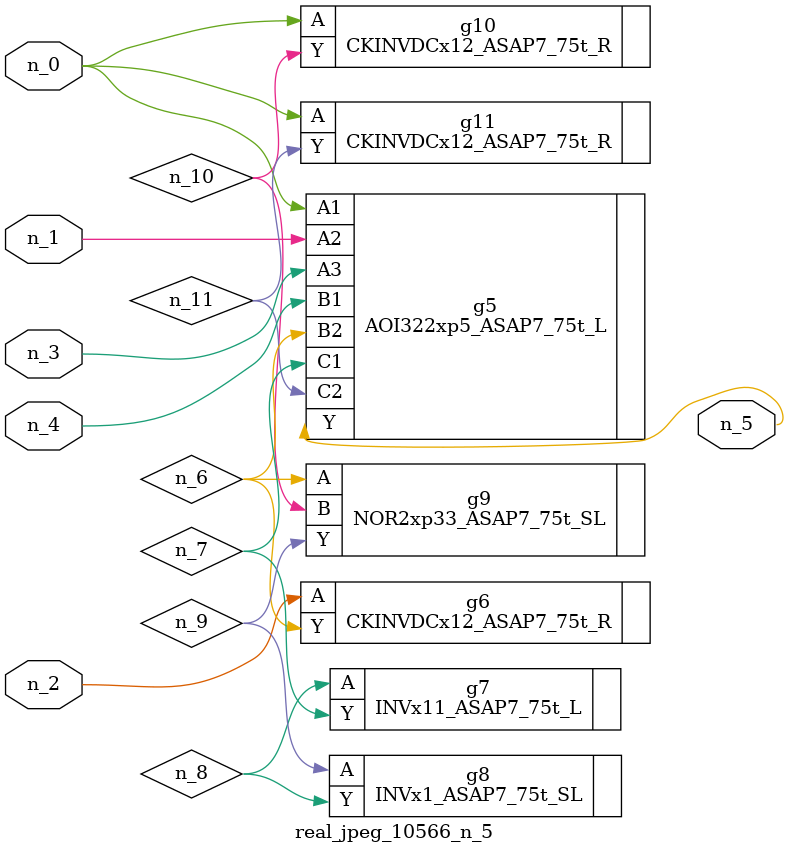
<source format=v>
module real_jpeg_10566_n_5 (n_4, n_0, n_1, n_2, n_3, n_5);

input n_4;
input n_0;
input n_1;
input n_2;
input n_3;

output n_5;

wire n_8;
wire n_11;
wire n_6;
wire n_7;
wire n_10;
wire n_9;

AOI322xp5_ASAP7_75t_L g5 ( 
.A1(n_0),
.A2(n_1),
.A3(n_3),
.B1(n_4),
.B2(n_6),
.C1(n_7),
.C2(n_11),
.Y(n_5)
);

CKINVDCx12_ASAP7_75t_R g10 ( 
.A(n_0),
.Y(n_10)
);

CKINVDCx12_ASAP7_75t_R g11 ( 
.A(n_0),
.Y(n_11)
);

CKINVDCx12_ASAP7_75t_R g6 ( 
.A(n_2),
.Y(n_6)
);

NOR2xp33_ASAP7_75t_SL g9 ( 
.A(n_6),
.B(n_10),
.Y(n_9)
);

INVx11_ASAP7_75t_L g7 ( 
.A(n_8),
.Y(n_7)
);

INVx1_ASAP7_75t_SL g8 ( 
.A(n_9),
.Y(n_8)
);


endmodule
</source>
